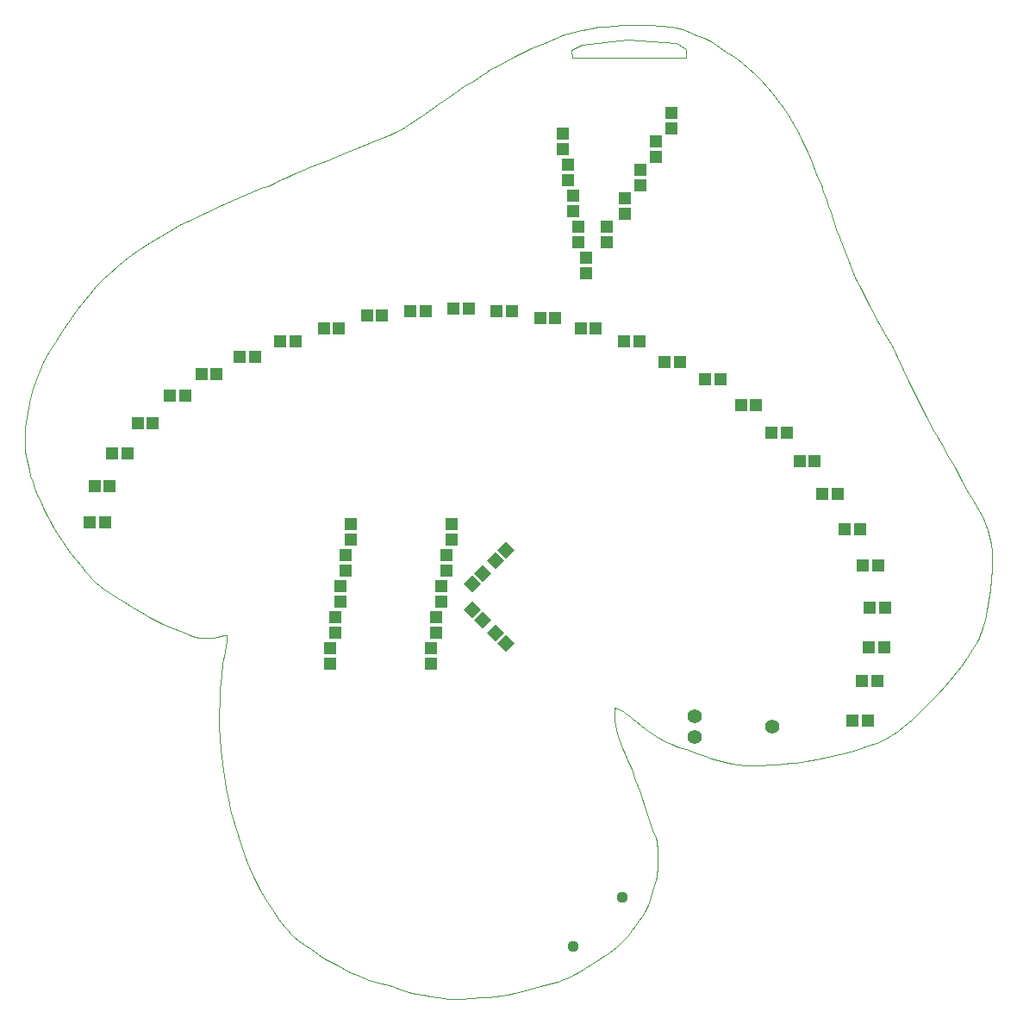
<source format=gts>
%TF.GenerationSoftware,KiCad,Pcbnew,4.0.5+dfsg1-4*%
%TF.CreationDate,2019-11-28T21:25:46-08:00*%
%TF.ProjectId,VineBadge2020,56696E654261646765323032302E6B69,rev?*%
%TF.FileFunction,Soldermask,Top*%
%FSLAX46Y46*%
G04 Gerber Fmt 4.6, Leading zero omitted, Abs format (unit mm)*
G04 Created by KiCad (PCBNEW 4.0.5+dfsg1-4) date Thu Nov 28 21:25:46 2019*
%MOMM*%
%LPD*%
G01*
G04 APERTURE LIST*
%ADD10C,0.100000*%
%ADD11R,1.197560X1.197560*%
%ADD12C,1.390600*%
%ADD13C,1.120000*%
G04 APERTURE END LIST*
D10*
X135672421Y-141921116D02*
X135025389Y-141832416D01*
X135025389Y-141832416D02*
X134316972Y-141718351D01*
X134316972Y-141718351D02*
X133585642Y-141585231D01*
X133585642Y-141585231D02*
X132869876Y-141439363D01*
X132869876Y-141439363D02*
X132208147Y-141287056D01*
X132208147Y-141287056D02*
X131638930Y-141134619D01*
X131638930Y-141134619D02*
X131200700Y-140988360D01*
X131200700Y-140988360D02*
X131042728Y-140919520D01*
X131042728Y-140919520D02*
X130931931Y-140854590D01*
X130931931Y-140854590D02*
X130797893Y-140794510D01*
X130797893Y-140794510D02*
X130553602Y-140712160D01*
X130553602Y-140712160D02*
X130267718Y-140631320D01*
X130267718Y-140631320D02*
X130008901Y-140575760D01*
X130008901Y-140575760D02*
X129460359Y-140467654D01*
X129460359Y-140467654D02*
X128893379Y-140315190D01*
X128893379Y-140315190D02*
X128306935Y-140121361D01*
X128306935Y-140121361D02*
X127699998Y-139889158D01*
X127699998Y-139889158D02*
X127071541Y-139621573D01*
X127071541Y-139621573D02*
X126420536Y-139321599D01*
X126420536Y-139321599D02*
X125046771Y-138636449D01*
X125046771Y-138636449D02*
X124535018Y-138351508D01*
X124535018Y-138351508D02*
X123927302Y-137981001D01*
X123927302Y-137981001D02*
X123265558Y-137553840D01*
X123265558Y-137553840D02*
X122591723Y-137098940D01*
X122591723Y-137098940D02*
X121947732Y-136645214D01*
X121947732Y-136645214D02*
X121375519Y-136221576D01*
X121375519Y-136221576D02*
X120917020Y-135856941D01*
X120917020Y-135856941D02*
X120614171Y-135580221D01*
X120614171Y-135580221D02*
X120315025Y-135250531D01*
X120315025Y-135250531D02*
X120010689Y-134889147D01*
X120010689Y-134889147D02*
X119392691Y-134081774D01*
X119392691Y-134081774D02*
X118772661Y-133179057D01*
X118772661Y-133179057D02*
X118163086Y-132201953D01*
X118163086Y-132201953D02*
X117576452Y-131171416D01*
X117576452Y-131171416D02*
X117025244Y-130108403D01*
X117025244Y-130108403D02*
X116521948Y-129033869D01*
X116521948Y-129033869D02*
X116079051Y-127968769D01*
X116079051Y-127968769D02*
X115813685Y-127192023D01*
X115813685Y-127192023D02*
X115637071Y-126644247D01*
X115637071Y-126644247D02*
X114851051Y-123923258D01*
X114851051Y-123923258D02*
X114704019Y-123377545D01*
X114704019Y-123377545D02*
X114557889Y-122744575D01*
X114557889Y-122744575D02*
X114413736Y-122030713D01*
X114413736Y-122030713D02*
X114272636Y-121242323D01*
X114272636Y-121242323D02*
X114003898Y-119467422D01*
X114003898Y-119467422D02*
X113760281Y-117470788D01*
X113760281Y-117470788D02*
X113659795Y-116333215D01*
X113659795Y-116333215D02*
X113601545Y-115157308D01*
X113601545Y-115157308D02*
X113585175Y-113952798D01*
X113585175Y-113952798D02*
X113610315Y-112729414D01*
X113610315Y-112729414D02*
X113676605Y-111496888D01*
X113676605Y-111496888D02*
X113783681Y-110264951D01*
X113783681Y-110264951D02*
X113931183Y-109043333D01*
X113931183Y-109043333D02*
X114118748Y-107841764D01*
X114118748Y-107841764D02*
X114297726Y-106737864D01*
X114297726Y-106737864D02*
X114343046Y-106392933D01*
X114343046Y-106392933D02*
X114348846Y-106255418D01*
X114348846Y-106255418D02*
X114258856Y-106255552D01*
X114258856Y-106255552D02*
X114043279Y-106285392D01*
X114043279Y-106285392D02*
X113364595Y-106413471D01*
X113364595Y-106413471D02*
X112974684Y-106483811D01*
X112974684Y-106483811D02*
X112605346Y-106526181D01*
X112605346Y-106526181D02*
X112252206Y-106540211D01*
X112252206Y-106540211D02*
X111910889Y-106525511D01*
X111910889Y-106525511D02*
X111577021Y-106481711D01*
X111577021Y-106481711D02*
X111246233Y-106408421D01*
X111246233Y-106408421D02*
X110914139Y-106305276D01*
X110914139Y-106305276D02*
X110576371Y-106171894D01*
X110576371Y-106171894D02*
X109765694Y-105841926D01*
X109765694Y-105841926D02*
X108675011Y-105421578D01*
X108675011Y-105421578D02*
X108077598Y-105172283D01*
X108077598Y-105172283D02*
X107404644Y-104851816D01*
X107404644Y-104851816D02*
X106738608Y-104501489D01*
X106738608Y-104501489D02*
X106161951Y-104162614D01*
X106161951Y-104162614D02*
X105038834Y-103465196D01*
X105038834Y-103465196D02*
X104055981Y-102875691D01*
X104055981Y-102875691D02*
X103661216Y-102634428D01*
X103661216Y-102634428D02*
X103207651Y-102337949D01*
X103207651Y-102337949D02*
X102252030Y-101671891D01*
X102252030Y-101671891D02*
X101444945Y-101062609D01*
X101444945Y-101062609D02*
X101177049Y-100837102D01*
X101177049Y-100837102D02*
X101042221Y-100695199D01*
X101042221Y-100695199D02*
X100838844Y-100431968D01*
X100838844Y-100431968D02*
X100480651Y-100008812D01*
X100480651Y-100008812D02*
X99980424Y-99419472D01*
X99980424Y-99419472D02*
X99495778Y-98816786D01*
X99495778Y-98816786D02*
X99027691Y-98202512D01*
X99027691Y-98202512D02*
X98577142Y-97578411D01*
X98577142Y-97578411D02*
X98145108Y-96946240D01*
X98145108Y-96946240D02*
X97732568Y-96307759D01*
X97732568Y-96307759D02*
X97340499Y-95664727D01*
X97340499Y-95664727D02*
X96969880Y-95018902D01*
X96969880Y-95018902D02*
X96621689Y-94372045D01*
X96621689Y-94372045D02*
X96296903Y-93725913D01*
X96296903Y-93725913D02*
X95996501Y-93082265D01*
X95996501Y-93082265D02*
X95721461Y-92442861D01*
X95721461Y-92442861D02*
X95472761Y-91809460D01*
X95472761Y-91809460D02*
X95251379Y-91183821D01*
X95251379Y-91183821D02*
X95058293Y-90567702D01*
X95058293Y-90567702D02*
X94894481Y-89962863D01*
X94894481Y-89962863D02*
X94664032Y-88980819D01*
X94664032Y-88980819D02*
X94588655Y-88589558D01*
X94588655Y-88589558D02*
X94535796Y-88231601D01*
X94535796Y-88231601D02*
X94502420Y-87882044D01*
X94502420Y-87882044D02*
X94485492Y-87515985D01*
X94485492Y-87515985D02*
X94488842Y-86634746D01*
X94488842Y-86634746D02*
X94505910Y-86206974D01*
X94505910Y-86206974D02*
X94538714Y-85765193D01*
X94538714Y-85765193D02*
X94649137Y-84849041D01*
X94649137Y-84849041D02*
X94815327Y-83905170D01*
X94815327Y-83905170D02*
X95032496Y-82952456D01*
X95032496Y-82952456D02*
X95295859Y-82009779D01*
X95295859Y-82009779D02*
X95600631Y-81096017D01*
X95600631Y-81096017D02*
X95942024Y-80230049D01*
X95942024Y-80230049D02*
X96315252Y-79430753D01*
X96315252Y-79430753D02*
X96833894Y-78479280D01*
X96833894Y-78479280D02*
X97459502Y-77437775D01*
X97459502Y-77437775D02*
X98162589Y-76348061D01*
X98162589Y-76348061D02*
X98913665Y-75251963D01*
X98913665Y-75251963D02*
X99683243Y-74191303D01*
X99683243Y-74191303D02*
X100441834Y-73207905D01*
X100441834Y-73207905D02*
X101159950Y-72343594D01*
X101159950Y-72343594D02*
X101494615Y-71969165D01*
X101494615Y-71969165D02*
X101808102Y-71640192D01*
X101808102Y-71640192D02*
X102240961Y-71215205D01*
X102240961Y-71215205D02*
X102696539Y-70790775D01*
X102696539Y-70790775D02*
X103668570Y-69948664D01*
X103668570Y-69948664D02*
X104709627Y-69124019D01*
X104709627Y-69124019D02*
X105805147Y-68327000D01*
X105805147Y-68327000D02*
X106940563Y-67567770D01*
X106940563Y-67567770D02*
X108101310Y-66856487D01*
X108101310Y-66856487D02*
X109272822Y-66203313D01*
X109272822Y-66203313D02*
X109858062Y-65901692D01*
X109858062Y-65901692D02*
X110440532Y-65618409D01*
X110440532Y-65618409D02*
X114018287Y-63948449D01*
X114018287Y-63948449D02*
X115151995Y-63435895D01*
X115151995Y-63435895D02*
X115905842Y-63112190D01*
X115905842Y-63112190D02*
X117715072Y-62319111D01*
X117715072Y-62319111D02*
X117940699Y-62261661D01*
X117940699Y-62261661D02*
X118348877Y-62105243D01*
X118348877Y-62105243D02*
X118881660Y-61873744D01*
X118881660Y-61873744D02*
X119481102Y-61591054D01*
X119481102Y-61591054D02*
X120187159Y-61258905D01*
X120187159Y-61258905D02*
X121010244Y-60892740D01*
X121010244Y-60892740D02*
X121848071Y-60537016D01*
X121848071Y-60537016D02*
X122598352Y-60236189D01*
X122598352Y-60236189D02*
X124268352Y-59579254D01*
X124268352Y-59579254D02*
X125994392Y-58880015D01*
X125994392Y-58880015D02*
X129526272Y-57426082D01*
X129526272Y-57426082D02*
X130254829Y-57114893D01*
X130254829Y-57114893D02*
X130933081Y-56803220D01*
X130933081Y-56803220D02*
X131485256Y-56527252D01*
X131485256Y-56527252D02*
X131835582Y-56323178D01*
X131835582Y-56323178D02*
X133780972Y-55022769D01*
X133780972Y-55022769D02*
X135102206Y-54125923D01*
X135102206Y-54125923D02*
X136309972Y-53264503D01*
X136309972Y-53264503D02*
X137240639Y-52604256D01*
X137240639Y-52604256D02*
X137628618Y-52349178D01*
X137628618Y-52349178D02*
X137895652Y-52191091D01*
X137895652Y-52191091D02*
X138421495Y-51871149D01*
X138421495Y-51871149D02*
X139041582Y-51435034D01*
X139041582Y-51435034D02*
X139382873Y-51194808D01*
X139382873Y-51194808D02*
X139804131Y-50924276D01*
X139804131Y-50924276D02*
X140251839Y-50656584D01*
X140251839Y-50656584D02*
X140672482Y-50424877D01*
X140672482Y-50424877D02*
X142702902Y-49343954D01*
X142702902Y-49343954D02*
X143194531Y-49088761D01*
X143194531Y-49088761D02*
X143729778Y-48829785D01*
X143729778Y-48829785D02*
X144244013Y-48597293D01*
X144244013Y-48597293D02*
X144672602Y-48421551D01*
X144672602Y-48421551D02*
X145565609Y-48062389D01*
X145565609Y-48062389D02*
X146472702Y-47666197D01*
X146472702Y-47666197D02*
X147110982Y-47396595D01*
X147110982Y-47396595D02*
X147442464Y-47280875D01*
X147442464Y-47280875D02*
X147813871Y-47168966D01*
X147813871Y-47168966D02*
X148771548Y-46929859D01*
X148771548Y-46929859D02*
X150174192Y-46625817D01*
X150174192Y-46625817D02*
X150787157Y-46521450D01*
X150787157Y-46521450D02*
X151519688Y-46437363D01*
X151519688Y-46437363D02*
X152345180Y-46374419D01*
X152345180Y-46374419D02*
X153237027Y-46333477D01*
X153237027Y-46333477D02*
X154168622Y-46315401D01*
X154168622Y-46315401D02*
X155113358Y-46321052D01*
X155113358Y-46321052D02*
X156044630Y-46351288D01*
X156044630Y-46351288D02*
X156935832Y-46406972D01*
X156935832Y-46406972D02*
X158030677Y-46505703D01*
X158030677Y-46505703D02*
X158430722Y-46561768D01*
X158430722Y-46561768D02*
X158784188Y-46635137D01*
X158784188Y-46635137D02*
X159129828Y-46735436D01*
X159129828Y-46735436D02*
X159506397Y-46872292D01*
X159506397Y-46872292D02*
X160507332Y-47294180D01*
X160507332Y-47294180D02*
X161212581Y-47617127D01*
X161212581Y-47617127D02*
X161875998Y-47950792D01*
X161875998Y-47950792D02*
X162423040Y-48255839D01*
X162423040Y-48255839D02*
X162779162Y-48492935D01*
X162779162Y-48492935D02*
X163362461Y-48922885D01*
X163362461Y-48922885D02*
X163962102Y-49309754D01*
X163962102Y-49309754D02*
X164450714Y-49629753D01*
X164450714Y-49629753D02*
X164996024Y-50048763D01*
X164996024Y-50048763D02*
X165580192Y-50549475D01*
X165580192Y-50549475D02*
X166185377Y-51114581D01*
X166185377Y-51114581D02*
X166793738Y-51726774D01*
X166793738Y-51726774D02*
X167387434Y-52368745D01*
X167387434Y-52368745D02*
X167948626Y-53023188D01*
X167948626Y-53023188D02*
X168459472Y-53672791D01*
X168459472Y-53672791D02*
X168994275Y-54417591D01*
X168994275Y-54417591D02*
X169499247Y-55184442D01*
X169499247Y-55184442D02*
X169980831Y-55985647D01*
X169980831Y-55985647D02*
X170445468Y-56833507D01*
X170445468Y-56833507D02*
X170899600Y-57740326D01*
X170899600Y-57740326D02*
X171349669Y-58718406D01*
X171349669Y-58718406D02*
X171802115Y-59780048D01*
X171802115Y-59780048D02*
X172263382Y-60937557D01*
X172263382Y-60937557D02*
X172791802Y-62222823D01*
X172791802Y-62222823D02*
X172828622Y-62365942D01*
X172828622Y-62365942D02*
X172928868Y-62659131D01*
X172928868Y-62659131D02*
X173258404Y-63524840D01*
X173258404Y-63524840D02*
X173463200Y-64065459D01*
X173463200Y-64065459D02*
X173675901Y-64671436D01*
X173675901Y-64671436D02*
X173871371Y-65268671D01*
X173871371Y-65268671D02*
X174024474Y-65783067D01*
X174024474Y-65783067D02*
X174208932Y-66367614D01*
X174208932Y-66367614D02*
X174489788Y-67155853D01*
X174489788Y-67155853D02*
X174828864Y-68044517D01*
X174828864Y-68044517D02*
X175187984Y-68930334D01*
X175187984Y-68930334D02*
X175798198Y-70412535D01*
X175798198Y-70412535D02*
X176052004Y-71082605D01*
X176052004Y-71082605D02*
X176155974Y-71326088D01*
X176155974Y-71326088D02*
X176435830Y-71887277D01*
X176435830Y-71887277D02*
X177330868Y-73600482D01*
X177330868Y-73600482D02*
X178352459Y-75497635D01*
X178352459Y-75497635D02*
X179115944Y-76854153D01*
X179115944Y-76854153D02*
X179668284Y-77833061D01*
X179668284Y-77833061D02*
X180138844Y-78755936D01*
X180138844Y-78755936D02*
X181412864Y-81404844D01*
X181412864Y-81404844D02*
X182985844Y-84665039D01*
X182985844Y-84665039D02*
X183286066Y-85277387D01*
X183286066Y-85277387D02*
X183577706Y-85840069D01*
X183577706Y-85840069D02*
X183827426Y-86290681D01*
X183827426Y-86290681D02*
X184001884Y-86566822D01*
X184001884Y-86566822D02*
X184153504Y-86792901D01*
X184153504Y-86792901D02*
X184341034Y-87107208D01*
X184341034Y-87107208D02*
X184728467Y-87834163D01*
X184728467Y-87834163D02*
X185103771Y-88550099D01*
X185103771Y-88550099D02*
X185413757Y-89063991D01*
X185413757Y-89063991D02*
X185577393Y-89324994D01*
X185577393Y-89324994D02*
X185828167Y-89762119D01*
X185828167Y-89762119D02*
X186454527Y-90921006D01*
X186454527Y-90921006D02*
X187145858Y-92190670D01*
X187145858Y-92190670D02*
X187466961Y-92747707D01*
X187466961Y-92747707D02*
X187716477Y-93155138D01*
X187716477Y-93155138D02*
X188160300Y-93878038D01*
X188160300Y-93878038D02*
X188535434Y-94575716D01*
X188535434Y-94575716D02*
X188844938Y-95257710D01*
X188844938Y-95257710D02*
X189091870Y-95933558D01*
X189091870Y-95933558D02*
X189279285Y-96612799D01*
X189279285Y-96612799D02*
X189410243Y-97304971D01*
X189410243Y-97304971D02*
X189487803Y-98019611D01*
X189487803Y-98019611D02*
X189515023Y-98766259D01*
X189515023Y-98766259D02*
X189493933Y-99715172D01*
X189493933Y-99715172D02*
X189426633Y-100723241D01*
X189426633Y-100723241D02*
X189318334Y-101757609D01*
X189318334Y-101757609D02*
X189174238Y-102785419D01*
X189174238Y-102785419D02*
X188999551Y-103773813D01*
X188999551Y-103773813D02*
X188799478Y-104689933D01*
X188799478Y-104689933D02*
X188579226Y-105500922D01*
X188579226Y-105500922D02*
X188463159Y-105856724D01*
X188463159Y-105856724D02*
X188343999Y-106173921D01*
X188343999Y-106173921D02*
X188200028Y-106502067D01*
X188200028Y-106502067D02*
X188026643Y-106851137D01*
X188026643Y-106851137D02*
X187596293Y-107605852D01*
X187596293Y-107605852D02*
X187062266Y-108425670D01*
X187062266Y-108425670D02*
X186433879Y-109298192D01*
X186433879Y-109298192D02*
X185720449Y-110211023D01*
X185720449Y-110211023D02*
X184931293Y-111151764D01*
X184931293Y-111151764D02*
X184075730Y-112108020D01*
X184075730Y-112108020D02*
X183163076Y-113067393D01*
X183163076Y-113067393D02*
X182346514Y-113880224D01*
X182346514Y-113880224D02*
X181604227Y-114572113D01*
X181604227Y-114572113D02*
X180911982Y-115160019D01*
X180911982Y-115160019D02*
X180245546Y-115660900D01*
X180245546Y-115660900D02*
X179580687Y-116091716D01*
X179580687Y-116091716D02*
X178893172Y-116469426D01*
X178893172Y-116469426D02*
X178158769Y-116810988D01*
X178158769Y-116810988D02*
X177353246Y-117133362D01*
X177353246Y-117133362D02*
X176602872Y-117382243D01*
X176602872Y-117382243D02*
X175640622Y-117653449D01*
X175640622Y-117653449D02*
X174542385Y-117930344D01*
X174542385Y-117930344D02*
X173384047Y-118196296D01*
X173384047Y-118196296D02*
X172241498Y-118434671D01*
X172241498Y-118434671D02*
X171190624Y-118628834D01*
X171190624Y-118628834D02*
X170307314Y-118762153D01*
X170307314Y-118762153D02*
X169952211Y-118800793D01*
X169952211Y-118800793D02*
X169667456Y-118817993D01*
X169667456Y-118817993D02*
X169192006Y-118829133D01*
X169192006Y-118829133D02*
X168141412Y-118936329D01*
X168141412Y-118936329D02*
X168060232Y-118948559D01*
X168060232Y-118948559D02*
X168093212Y-118949260D01*
X168093212Y-118949260D02*
X168109872Y-118949055D01*
X168109872Y-118949055D02*
X168103872Y-118950455D01*
X168103872Y-118950455D02*
X167955833Y-118964245D01*
X167955833Y-118964245D02*
X166637799Y-119077707D01*
X166637799Y-119077707D02*
X165959631Y-119079907D01*
X165959631Y-119079907D02*
X165275066Y-119046167D01*
X165275066Y-119046167D02*
X164588385Y-118977187D01*
X164588385Y-118977187D02*
X163903874Y-118873733D01*
X163903874Y-118873733D02*
X163225814Y-118736559D01*
X163225814Y-118736559D02*
X162558490Y-118566420D01*
X162558490Y-118566420D02*
X161906184Y-118364073D01*
X161906184Y-118364073D02*
X161273179Y-118130275D01*
X161273179Y-118130275D02*
X160294503Y-117763143D01*
X160294503Y-117763143D02*
X159411399Y-117469600D01*
X159411399Y-117469600D02*
X158652305Y-117219187D01*
X158652305Y-117219187D02*
X157971789Y-116955745D01*
X157971789Y-116955745D02*
X157536274Y-116746088D01*
X157536274Y-116746088D02*
X157041934Y-116475342D01*
X157041934Y-116475342D02*
X156512730Y-116159326D01*
X156512730Y-116159326D02*
X155972623Y-115813860D01*
X155972623Y-115813860D02*
X155445575Y-115454766D01*
X155445575Y-115454766D02*
X154955547Y-115097861D01*
X154955547Y-115097861D02*
X154526502Y-114758967D01*
X154526502Y-114758967D02*
X154182399Y-114453903D01*
X154182399Y-114453903D02*
X153955120Y-114247314D01*
X153955120Y-114247314D02*
X153717411Y-114053804D01*
X153717411Y-114053804D02*
X153476011Y-113877483D01*
X153476011Y-113877483D02*
X153237659Y-113722457D01*
X153237659Y-113722457D02*
X153009095Y-113592837D01*
X153009095Y-113592837D02*
X152797057Y-113492729D01*
X152797057Y-113492729D02*
X152608285Y-113426239D01*
X152608285Y-113426239D02*
X152449519Y-113397479D01*
X152449519Y-113397479D02*
X152426089Y-113625489D01*
X152426089Y-113625489D02*
X152417489Y-114176524D01*
X152417489Y-114176524D02*
X152433619Y-114608153D01*
X152433619Y-114608153D02*
X152480069Y-115044325D01*
X152480069Y-115044325D02*
X152557319Y-115486778D01*
X152557319Y-115486778D02*
X152665840Y-115937253D01*
X152665840Y-115937253D02*
X152806114Y-116397489D01*
X152806114Y-116397489D02*
X152978617Y-116869225D01*
X152978617Y-116869225D02*
X153183826Y-117354201D01*
X153183826Y-117354201D02*
X153422218Y-117854155D01*
X153422218Y-117854155D02*
X153720709Y-118512229D01*
X153720709Y-118512229D02*
X154087877Y-119416851D01*
X154087877Y-119416851D02*
X154477138Y-120448765D01*
X154477138Y-120448765D02*
X154841908Y-121488710D01*
X154841908Y-121488710D02*
X155569196Y-123627022D01*
X155569196Y-123627022D02*
X156170558Y-125349489D01*
X156170558Y-125349489D02*
X156448477Y-126163185D01*
X156448477Y-126163185D02*
X156538607Y-126482071D01*
X156538607Y-126482071D02*
X156602177Y-126775825D01*
X156602177Y-126775825D02*
X156643687Y-127069579D01*
X156643687Y-127069579D02*
X156667627Y-127388464D01*
X156667627Y-127388464D02*
X156680767Y-128202160D01*
X156680767Y-128202160D02*
X156663947Y-128984474D01*
X156663947Y-128984474D02*
X156639647Y-129315129D01*
X156639647Y-129315129D02*
X156601347Y-129628497D01*
X156601347Y-129628497D02*
X156546487Y-129941866D01*
X156546487Y-129941866D02*
X156472507Y-130272520D01*
X156472507Y-130272520D02*
X156256947Y-131054834D01*
X156256947Y-131054834D02*
X155874629Y-132249401D01*
X155874629Y-132249401D02*
X155692925Y-132758497D01*
X155692925Y-132758497D02*
X155548517Y-133118513D01*
X155548517Y-133118513D02*
X155376165Y-133450975D01*
X155376165Y-133450975D02*
X155130331Y-133854613D01*
X155130331Y-133854613D02*
X154829017Y-134305055D01*
X154829017Y-134305055D02*
X154490222Y-134777927D01*
X154490222Y-134777927D02*
X154131948Y-135248859D01*
X154131948Y-135248859D02*
X153772195Y-135693477D01*
X153772195Y-135693477D02*
X153428965Y-136087409D01*
X153428965Y-136087409D02*
X153120257Y-136406284D01*
X153120257Y-136406284D02*
X152567507Y-136935363D01*
X152567507Y-136935363D02*
X152284692Y-137187555D01*
X152284692Y-137187555D02*
X151907407Y-137385403D01*
X151907407Y-137385403D02*
X150225707Y-138482255D01*
X150225707Y-138482255D02*
X148897874Y-139333482D01*
X148897874Y-139333482D02*
X148401704Y-139619264D01*
X148401704Y-139619264D02*
X147934773Y-139848527D01*
X147934773Y-139848527D02*
X147435139Y-140048802D01*
X147435139Y-140048802D02*
X146840859Y-140247614D01*
X146840859Y-140247614D02*
X145120587Y-140750964D01*
X145120587Y-140750964D02*
X143322725Y-141243252D01*
X143322725Y-141243252D02*
X142594868Y-141419092D01*
X142594868Y-141419092D02*
X141935743Y-141556651D01*
X141935743Y-141556651D02*
X141311361Y-141662372D01*
X141311361Y-141662372D02*
X140687731Y-141742692D01*
X140687731Y-141742692D02*
X140030866Y-141804062D01*
X140030866Y-141804062D02*
X139306777Y-141852922D01*
X139306777Y-141852922D02*
X137269147Y-141982671D01*
X137269147Y-141982671D02*
X136933020Y-141993481D01*
X136933020Y-141993481D02*
X136519912Y-141985381D01*
X136519912Y-141985381D02*
X136082219Y-141960521D01*
X136082219Y-141960521D02*
X135672337Y-141920931D01*
X135672337Y-141920931D02*
X135672377Y-141920992D01*
X135672377Y-141920992D02*
X135672421Y-141921116D01*
X149184032Y-48226688D02*
X153719747Y-47754217D01*
X153719747Y-47754217D02*
X158538944Y-48084946D01*
X158538944Y-48084946D02*
X159460260Y-48722781D01*
X159460260Y-48722781D02*
X159483890Y-49549604D01*
X159483890Y-49549604D02*
X148262715Y-49549604D01*
X148262715Y-49549604D02*
X148215465Y-48793652D01*
X148215465Y-48793652D02*
X149184028Y-48226688D01*
X149184028Y-48226688D02*
X149184032Y-48226688D01*
G36*
X140722165Y-99766638D02*
X139875362Y-98919835D01*
X140722165Y-98073032D01*
X141568968Y-98919835D01*
X140722165Y-99766638D01*
X140722165Y-99766638D01*
G37*
G36*
X141781835Y-98706968D02*
X140935032Y-97860165D01*
X141781835Y-97013362D01*
X142628638Y-97860165D01*
X141781835Y-98706968D01*
X141781835Y-98706968D01*
G37*
D11*
X126520000Y-95354700D03*
X126520000Y-96853300D03*
X125504000Y-102949300D03*
X125504000Y-101450700D03*
X124488000Y-109045300D03*
X124488000Y-107546700D03*
D10*
G36*
X138436165Y-102052638D02*
X137589362Y-101205835D01*
X138436165Y-100359032D01*
X139282968Y-101205835D01*
X138436165Y-102052638D01*
X138436165Y-102052638D01*
G37*
G36*
X139495835Y-100992968D02*
X138649032Y-100146165D01*
X139495835Y-99299362D01*
X140342638Y-100146165D01*
X139495835Y-100992968D01*
X139495835Y-100992968D01*
G37*
G36*
X137589362Y-103702165D02*
X138436165Y-102855362D01*
X139282968Y-103702165D01*
X138436165Y-104548968D01*
X137589362Y-103702165D01*
X137589362Y-103702165D01*
G37*
G36*
X138649032Y-104761835D02*
X139495835Y-103915032D01*
X140342638Y-104761835D01*
X139495835Y-105608638D01*
X138649032Y-104761835D01*
X138649032Y-104761835D01*
G37*
D11*
X124996000Y-104498700D03*
X124996000Y-105997300D03*
X136426000Y-96853300D03*
X136426000Y-95354700D03*
X102349300Y-95130000D03*
X100850700Y-95130000D03*
X148364000Y-63096700D03*
X148364000Y-64595300D03*
X148872000Y-66144700D03*
X148872000Y-67643300D03*
X132350700Y-74380000D03*
X133849300Y-74380000D03*
X149634000Y-69192700D03*
X149634000Y-70691300D03*
X110249300Y-82750000D03*
X108750700Y-82750000D03*
X111850700Y-80630000D03*
X113349300Y-80630000D03*
X115600700Y-78880000D03*
X117099300Y-78880000D03*
X119600700Y-77380000D03*
X121099300Y-77380000D03*
X156492000Y-59261300D03*
X156492000Y-57762700D03*
X149101400Y-76130000D03*
X150600000Y-76130000D03*
X154849300Y-77380000D03*
X153350700Y-77380000D03*
X125348600Y-76130000D03*
X123850000Y-76130000D03*
X161351400Y-81130000D03*
X162850000Y-81130000D03*
X178323300Y-99406000D03*
X176824700Y-99406000D03*
X175046700Y-95850000D03*
X176545300Y-95850000D03*
X179019300Y-103580000D03*
X177520700Y-103580000D03*
X135410000Y-101450700D03*
X135410000Y-102949300D03*
X134902000Y-104498700D03*
X134902000Y-105997300D03*
X126012000Y-98402700D03*
X126012000Y-99901300D03*
X135918000Y-98402700D03*
X135918000Y-99901300D03*
X134394000Y-107546700D03*
X134394000Y-109045300D03*
D10*
G36*
X139875362Y-105988165D02*
X140722165Y-105141362D01*
X141568968Y-105988165D01*
X140722165Y-106834968D01*
X139875362Y-105988165D01*
X139875362Y-105988165D01*
G37*
G36*
X140935032Y-107047835D02*
X141781835Y-106201032D01*
X142628638Y-107047835D01*
X141781835Y-107894638D01*
X140935032Y-107047835D01*
X140935032Y-107047835D01*
G37*
D11*
X147348000Y-57000700D03*
X147348000Y-58499300D03*
X147856000Y-60048700D03*
X147856000Y-61547300D03*
X101350700Y-91630000D03*
X102849300Y-91630000D03*
X153444000Y-64849300D03*
X153444000Y-63350700D03*
X103070865Y-88409835D03*
X104569465Y-88409835D03*
X154968000Y-62055300D03*
X154968000Y-60556700D03*
X107069465Y-85409835D03*
X105570865Y-85409835D03*
X138098600Y-74130000D03*
X136600000Y-74130000D03*
X151666000Y-67643300D03*
X151666000Y-66144700D03*
X158016000Y-56467300D03*
X158016000Y-54968700D03*
X142349300Y-74380000D03*
X140850700Y-74380000D03*
X145101400Y-75130000D03*
X146600000Y-75130000D03*
X128100000Y-74880000D03*
X129598600Y-74880000D03*
X158849300Y-79380000D03*
X157350700Y-79380000D03*
X166349300Y-83630000D03*
X164850700Y-83630000D03*
X167850700Y-86380000D03*
X169349300Y-86380000D03*
X172099300Y-89130000D03*
X170600700Y-89130000D03*
X172850700Y-92380000D03*
X174349300Y-92380000D03*
X175808700Y-114646000D03*
X177307300Y-114646000D03*
X176760700Y-110760000D03*
X178259300Y-110760000D03*
X177400700Y-107440000D03*
X178899300Y-107440000D03*
D12*
X160274000Y-114173000D03*
X160274000Y-116205000D03*
X167894000Y-115189000D03*
D13*
X148395637Y-136820963D03*
X153203963Y-132012637D03*
M02*

</source>
